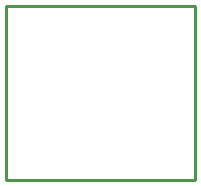
<source format=gm1>
G04*
G04 #@! TF.GenerationSoftware,Altium Limited,Altium Designer,19.1.5 (86)*
G04*
G04 Layer_Color=16711935*
%FSLAX25Y25*%
%MOIN*%
G70*
G01*
G75*
%ADD10C,0.01000*%
%ADD27C,0.00000*%
D10*
X63000Y0D02*
Y58000D01*
X0D02*
X62992D01*
X0Y0D02*
X62992D01*
X0D02*
Y58000D01*
D27*
X63000Y0D02*
Y58000D01*
X0D02*
X62992D01*
Y0D02*
Y58000D01*
X0D02*
X62992D01*
M02*

</source>
